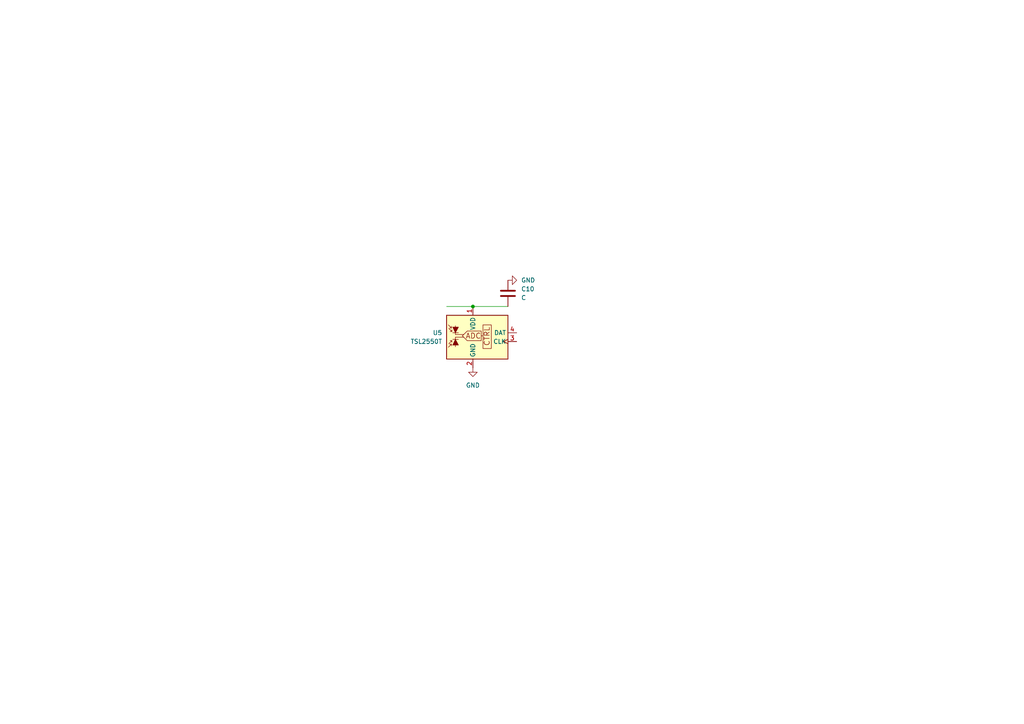
<source format=kicad_sch>
(kicad_sch (version 20230121) (generator eeschema)

  (uuid eaddfcdd-022d-4749-be91-4598cc6be38d)

  (paper "A4")

  (lib_symbols
    (symbol "Device:C" (pin_numbers hide) (pin_names (offset 0.254)) (in_bom yes) (on_board yes)
      (property "Reference" "C" (at 0.635 2.54 0)
        (effects (font (size 1.27 1.27)) (justify left))
      )
      (property "Value" "C" (at 0.635 -2.54 0)
        (effects (font (size 1.27 1.27)) (justify left))
      )
      (property "Footprint" "" (at 0.9652 -3.81 0)
        (effects (font (size 1.27 1.27)) hide)
      )
      (property "Datasheet" "~" (at 0 0 0)
        (effects (font (size 1.27 1.27)) hide)
      )
      (property "ki_keywords" "cap capacitor" (at 0 0 0)
        (effects (font (size 1.27 1.27)) hide)
      )
      (property "ki_description" "Unpolarized capacitor" (at 0 0 0)
        (effects (font (size 1.27 1.27)) hide)
      )
      (property "ki_fp_filters" "C_*" (at 0 0 0)
        (effects (font (size 1.27 1.27)) hide)
      )
      (symbol "C_0_1"
        (polyline
          (pts
            (xy -2.032 -0.762)
            (xy 2.032 -0.762)
          )
          (stroke (width 0.508) (type default))
          (fill (type none))
        )
        (polyline
          (pts
            (xy -2.032 0.762)
            (xy 2.032 0.762)
          )
          (stroke (width 0.508) (type default))
          (fill (type none))
        )
      )
      (symbol "C_1_1"
        (pin passive line (at 0 3.81 270) (length 2.794)
          (name "~" (effects (font (size 1.27 1.27))))
          (number "1" (effects (font (size 1.27 1.27))))
        )
        (pin passive line (at 0 -3.81 90) (length 2.794)
          (name "~" (effects (font (size 1.27 1.27))))
          (number "2" (effects (font (size 1.27 1.27))))
        )
      )
    )
    (symbol "Sensor_Optical:TSL2550T" (in_bom yes) (on_board yes)
      (property "Reference" "U" (at -7.62 6.35 0)
        (effects (font (size 1.27 1.27)) (justify left))
      )
      (property "Value" "TSL2550T" (at 1.27 6.35 0)
        (effects (font (size 1.27 1.27)) (justify left))
      )
      (property "Footprint" "OptoDevice:AMS_TSL2550_SMD" (at 0 -12.7 0)
        (effects (font (size 1.27 1.27)) hide)
      )
      (property "Datasheet" "http://ams.com/eng/content/download/250130/975613/142977" (at 19.05 7.62 0)
        (effects (font (size 1.27 1.27)) hide)
      )
      (property "ki_keywords" "opto ambient light sensor" (at 0 0 0)
        (effects (font (size 1.27 1.27)) hide)
      )
      (property "ki_description" "Ambient Light Sensor with SMbus Interface, T-4 interface SMD" (at 0 0 0)
        (effects (font (size 1.27 1.27)) hide)
      )
      (property "ki_fp_filters" "AMS*TSL2550*SMD*" (at 0 0 0)
        (effects (font (size 1.27 1.27)) hide)
      )
      (symbol "TSL2550T_0_0"
        (polyline
          (pts
            (xy 2.413 -0.889)
            (xy 2.794 -0.889)
          )
          (stroke (width 0) (type default))
          (fill (type none))
        )
        (polyline
          (pts
            (xy -5.08 -4.064)
            (xy -5.08 -1.27)
            (xy -2.667 -1.27)
          )
          (stroke (width 0) (type default))
          (fill (type none))
        )
        (polyline
          (pts
            (xy -5.08 2.032)
            (xy -5.08 -0.508)
            (xy -2.667 -0.508)
          )
          (stroke (width 0) (type default))
          (fill (type none))
        )
        (polyline
          (pts
            (xy -3.048 -0.889)
            (xy -1.651 -2.286)
            (xy 2.413 -2.286)
            (xy 2.413 -0.889)
          )
          (stroke (width 0) (type default))
          (fill (type none))
        )
        (polyline
          (pts
            (xy -3.048 -0.889)
            (xy -1.651 0.508)
            (xy 2.413 0.508)
            (xy 2.413 -0.889)
          )
          (stroke (width 0) (type default))
          (fill (type none))
        )
        (rectangle (start 2.921 2.286) (end 5.334 -4.572)
          (stroke (width 0) (type default))
          (fill (type none))
        )
        (text "ADC" (at 0.127 -0.889 0)
          (effects (font (size 1.524 1.524)))
        )
        (text "CTRL" (at 4.064 -1.016 900)
          (effects (font (size 1.524 1.524)))
        )
      )
      (symbol "TSL2550T_0_1"
        (polyline
          (pts
            (xy -6.223 -3.302)
            (xy -7.112 -4.191)
          )
          (stroke (width 0) (type default))
          (fill (type none))
        )
        (polyline
          (pts
            (xy -6.223 -3.302)
            (xy -6.731 -3.302)
          )
          (stroke (width 0) (type default))
          (fill (type none))
        )
        (polyline
          (pts
            (xy -6.223 -3.302)
            (xy -6.223 -3.81)
          )
          (stroke (width 0) (type default))
          (fill (type none))
        )
        (polyline
          (pts
            (xy -6.223 1.397)
            (xy -7.112 2.286)
          )
          (stroke (width 0) (type default))
          (fill (type none))
        )
        (polyline
          (pts
            (xy -6.223 1.397)
            (xy -6.731 1.397)
          )
          (stroke (width 0) (type default))
          (fill (type none))
        )
        (polyline
          (pts
            (xy -6.223 1.397)
            (xy -6.223 1.905)
          )
          (stroke (width 0) (type default))
          (fill (type none))
        )
        (polyline
          (pts
            (xy -6.096 -2.286)
            (xy -6.985 -3.175)
          )
          (stroke (width 0) (type default))
          (fill (type none))
        )
        (polyline
          (pts
            (xy -6.096 -2.286)
            (xy -6.604 -2.286)
          )
          (stroke (width 0) (type default))
          (fill (type none))
        )
        (polyline
          (pts
            (xy -6.096 -2.286)
            (xy -6.096 -2.794)
          )
          (stroke (width 0) (type default))
          (fill (type none))
        )
        (polyline
          (pts
            (xy -6.096 0.381)
            (xy -6.985 1.27)
          )
          (stroke (width 0) (type default))
          (fill (type none))
        )
        (polyline
          (pts
            (xy -6.096 0.381)
            (xy -6.604 0.381)
          )
          (stroke (width 0) (type default))
          (fill (type none))
        )
        (polyline
          (pts
            (xy -6.096 0.381)
            (xy -6.096 0.889)
          )
          (stroke (width 0) (type default))
          (fill (type none))
        )
        (polyline
          (pts
            (xy -5.842 -1.905)
            (xy -4.191 -1.905)
          )
          (stroke (width 0) (type default))
          (fill (type none))
        )
        (polyline
          (pts
            (xy -5.842 0)
            (xy -4.191 0)
          )
          (stroke (width 0) (type default))
          (fill (type none))
        )
        (polyline
          (pts
            (xy -5.842 -3.556)
            (xy -4.191 -3.556)
            (xy -5.08 -1.905)
            (xy -5.842 -3.556)
          )
          (stroke (width 0) (type default))
          (fill (type outline))
        )
        (polyline
          (pts
            (xy -5.842 1.651)
            (xy -4.191 1.651)
            (xy -5.08 0)
            (xy -5.842 1.651)
          )
          (stroke (width 0) (type default))
          (fill (type outline))
        )
        (rectangle (start 10.16 5.08) (end -7.62 -7.62)
          (stroke (width 0.254) (type default))
          (fill (type background))
        )
      )
      (symbol "TSL2550T_1_1"
        (pin power_in line (at 0 7.62 270) (length 2.54)
          (name "VDD" (effects (font (size 1.27 1.27))))
          (number "1" (effects (font (size 1.27 1.27))))
        )
        (pin power_in line (at 0 -10.16 90) (length 2.54)
          (name "GND" (effects (font (size 1.27 1.27))))
          (number "2" (effects (font (size 1.27 1.27))))
        )
        (pin input clock (at 12.7 -2.54 180) (length 2.54)
          (name "CLK" (effects (font (size 1.27 1.27))))
          (number "3" (effects (font (size 1.27 1.27))))
        )
        (pin bidirectional line (at 12.7 0 180) (length 2.54)
          (name "DAT" (effects (font (size 1.27 1.27))))
          (number "4" (effects (font (size 1.27 1.27))))
        )
      )
    )
    (symbol "power:GND" (power) (pin_names (offset 0)) (in_bom yes) (on_board yes)
      (property "Reference" "#PWR" (at 0 -6.35 0)
        (effects (font (size 1.27 1.27)) hide)
      )
      (property "Value" "GND" (at 0 -3.81 0)
        (effects (font (size 1.27 1.27)))
      )
      (property "Footprint" "" (at 0 0 0)
        (effects (font (size 1.27 1.27)) hide)
      )
      (property "Datasheet" "" (at 0 0 0)
        (effects (font (size 1.27 1.27)) hide)
      )
      (property "ki_keywords" "global power" (at 0 0 0)
        (effects (font (size 1.27 1.27)) hide)
      )
      (property "ki_description" "Power symbol creates a global label with name \"GND\" , ground" (at 0 0 0)
        (effects (font (size 1.27 1.27)) hide)
      )
      (symbol "GND_0_1"
        (polyline
          (pts
            (xy 0 0)
            (xy 0 -1.27)
            (xy 1.27 -1.27)
            (xy 0 -2.54)
            (xy -1.27 -1.27)
            (xy 0 -1.27)
          )
          (stroke (width 0) (type default))
          (fill (type none))
        )
      )
      (symbol "GND_1_1"
        (pin power_in line (at 0 0 270) (length 0) hide
          (name "GND" (effects (font (size 1.27 1.27))))
          (number "1" (effects (font (size 1.27 1.27))))
        )
      )
    )
  )

  (junction (at 137.16 88.9) (diameter 0) (color 0 0 0 0)
    (uuid 850c47e5-e0c8-4b32-a28c-affe093b14dc)
  )

  (wire (pts (xy 137.16 88.9) (xy 147.32 88.9))
    (stroke (width 0) (type default))
    (uuid 174ba3a2-8cde-49ff-b69d-544d157e35f6)
  )
  (wire (pts (xy 129.54 88.9) (xy 137.16 88.9))
    (stroke (width 0) (type default))
    (uuid 4940e558-ec07-40de-8427-eb01cde300cc)
  )

  (symbol (lib_id "Device:C") (at 147.32 85.09 0) (unit 1)
    (in_bom yes) (on_board yes) (dnp no) (fields_autoplaced)
    (uuid 345dbb25-001a-4b45-b64d-2d33312b17a5)
    (property "Reference" "C10" (at 151.13 83.82 0)
      (effects (font (size 1.27 1.27)) (justify left))
    )
    (property "Value" "C" (at 151.13 86.36 0)
      (effects (font (size 1.27 1.27)) (justify left))
    )
    (property "Footprint" "" (at 148.2852 88.9 0)
      (effects (font (size 1.27 1.27)) hide)
    )
    (property "Datasheet" "~" (at 147.32 85.09 0)
      (effects (font (size 1.27 1.27)) hide)
    )
    (pin "2" (uuid 3c34f744-5bd0-454a-b7a5-c00fce98e56a))
    (pin "1" (uuid a646d4cb-cbdd-4ccd-ad70-8cbc58aa9519))
    (instances
      (project "circuit-design-project"
        (path "/5edc11a2-8836-4620-96d3-084a4c3d792c"
          (reference "C10") (unit 1)
        )
        (path "/5edc11a2-8836-4620-96d3-084a4c3d792c/9b44766b-7bec-4aa8-9e65-c263067eb7d3"
          (reference "C22") (unit 1)
        )
      )
    )
  )

  (symbol (lib_id "power:GND") (at 137.16 106.68 0) (unit 1)
    (in_bom yes) (on_board yes) (dnp no) (fields_autoplaced)
    (uuid bbb06e3f-2335-416d-a63b-5229dbac8188)
    (property "Reference" "#PWR018" (at 137.16 113.03 0)
      (effects (font (size 1.27 1.27)) hide)
    )
    (property "Value" "GND" (at 137.16 111.76 0)
      (effects (font (size 1.27 1.27)))
    )
    (property "Footprint" "" (at 137.16 106.68 0)
      (effects (font (size 1.27 1.27)) hide)
    )
    (property "Datasheet" "" (at 137.16 106.68 0)
      (effects (font (size 1.27 1.27)) hide)
    )
    (pin "1" (uuid 89cb995c-a3fd-4a07-b274-54919bef92c1))
    (instances
      (project "circuit-design-project"
        (path "/5edc11a2-8836-4620-96d3-084a4c3d792c"
          (reference "#PWR018") (unit 1)
        )
        (path "/5edc11a2-8836-4620-96d3-084a4c3d792c/9b44766b-7bec-4aa8-9e65-c263067eb7d3"
          (reference "#PWR036") (unit 1)
        )
      )
    )
  )

  (symbol (lib_id "power:GND") (at 147.32 81.28 90) (unit 1)
    (in_bom yes) (on_board yes) (dnp no) (fields_autoplaced)
    (uuid cb727ad5-5718-4716-b022-2d1784e3394e)
    (property "Reference" "#PWR017" (at 153.67 81.28 0)
      (effects (font (size 1.27 1.27)) hide)
    )
    (property "Value" "GND" (at 151.13 81.28 90)
      (effects (font (size 1.27 1.27)) (justify right))
    )
    (property "Footprint" "" (at 147.32 81.28 0)
      (effects (font (size 1.27 1.27)) hide)
    )
    (property "Datasheet" "" (at 147.32 81.28 0)
      (effects (font (size 1.27 1.27)) hide)
    )
    (pin "1" (uuid 11568313-043d-4fe8-bcc4-739e637cead7))
    (instances
      (project "circuit-design-project"
        (path "/5edc11a2-8836-4620-96d3-084a4c3d792c"
          (reference "#PWR017") (unit 1)
        )
        (path "/5edc11a2-8836-4620-96d3-084a4c3d792c/9b44766b-7bec-4aa8-9e65-c263067eb7d3"
          (reference "#PWR037") (unit 1)
        )
      )
    )
  )

  (symbol (lib_id "Sensor_Optical:TSL2550T") (at 137.16 96.52 0) (unit 1)
    (in_bom yes) (on_board yes) (dnp no) (fields_autoplaced)
    (uuid f2a36489-354d-4937-8bd4-9968b266b23c)
    (property "Reference" "U5" (at 128.27 96.52 0)
      (effects (font (size 1.27 1.27)) (justify right))
    )
    (property "Value" "TSL2550T" (at 128.27 99.06 0)
      (effects (font (size 1.27 1.27)) (justify right))
    )
    (property "Footprint" "OptoDevice:AMS_TSL2550_SMD" (at 137.16 109.22 0)
      (effects (font (size 1.27 1.27)) hide)
    )
    (property "Datasheet" "http://ams.com/eng/content/download/250130/975613/142977" (at 156.21 88.9 0)
      (effects (font (size 1.27 1.27)) hide)
    )
    (pin "1" (uuid c2d707a1-64e8-4893-8dca-96c1f2fdbcc3))
    (pin "4" (uuid 27dc3879-7811-4116-908f-f383aeea28af))
    (pin "3" (uuid df6e7d8f-5788-4e44-a9aa-7c9d665bb4ff))
    (pin "2" (uuid 2ade40b6-552d-4db2-ad14-800a4f2faa60))
    (instances
      (project "circuit-design-project"
        (path "/5edc11a2-8836-4620-96d3-084a4c3d792c"
          (reference "U5") (unit 1)
        )
        (path "/5edc11a2-8836-4620-96d3-084a4c3d792c/9b44766b-7bec-4aa8-9e65-c263067eb7d3"
          (reference "U9") (unit 1)
        )
      )
    )
  )
)

</source>
